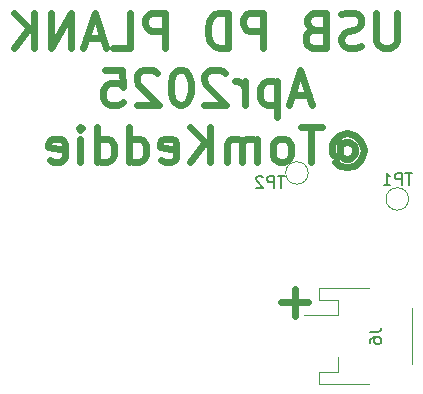
<source format=gbo>
G04 #@! TF.GenerationSoftware,KiCad,Pcbnew,9.0.1-unknown-1000.20250414git3fadd20.fc41*
G04 #@! TF.CreationDate,2025-04-20T13:35:24-07:00*
G04 #@! TF.ProjectId,usb-pd-plank,7573622d-7064-42d7-906c-616e6b2e6b69,rev?*
G04 #@! TF.SameCoordinates,Original*
G04 #@! TF.FileFunction,Legend,Bot*
G04 #@! TF.FilePolarity,Positive*
%FSLAX46Y46*%
G04 Gerber Fmt 4.6, Leading zero omitted, Abs format (unit mm)*
G04 Created by KiCad (PCBNEW 9.0.1-unknown-1000.20250414git3fadd20.fc41) date 2025-04-20 13:35:24*
%MOMM*%
%LPD*%
G01*
G04 APERTURE LIST*
%ADD10C,0.600000*%
%ADD11C,0.150000*%
%ADD12C,0.120000*%
G04 APERTURE END LIST*
D10*
X71642856Y-83526825D02*
X71642856Y-85955396D01*
X71642856Y-85955396D02*
X71499999Y-86241110D01*
X71499999Y-86241110D02*
X71357142Y-86383968D01*
X71357142Y-86383968D02*
X71071427Y-86526825D01*
X71071427Y-86526825D02*
X70499999Y-86526825D01*
X70499999Y-86526825D02*
X70214284Y-86383968D01*
X70214284Y-86383968D02*
X70071427Y-86241110D01*
X70071427Y-86241110D02*
X69928570Y-85955396D01*
X69928570Y-85955396D02*
X69928570Y-83526825D01*
X68642856Y-86383968D02*
X68214285Y-86526825D01*
X68214285Y-86526825D02*
X67499999Y-86526825D01*
X67499999Y-86526825D02*
X67214285Y-86383968D01*
X67214285Y-86383968D02*
X67071427Y-86241110D01*
X67071427Y-86241110D02*
X66928570Y-85955396D01*
X66928570Y-85955396D02*
X66928570Y-85669682D01*
X66928570Y-85669682D02*
X67071427Y-85383968D01*
X67071427Y-85383968D02*
X67214285Y-85241110D01*
X67214285Y-85241110D02*
X67499999Y-85098253D01*
X67499999Y-85098253D02*
X68071427Y-84955396D01*
X68071427Y-84955396D02*
X68357142Y-84812539D01*
X68357142Y-84812539D02*
X68499999Y-84669682D01*
X68499999Y-84669682D02*
X68642856Y-84383968D01*
X68642856Y-84383968D02*
X68642856Y-84098253D01*
X68642856Y-84098253D02*
X68499999Y-83812539D01*
X68499999Y-83812539D02*
X68357142Y-83669682D01*
X68357142Y-83669682D02*
X68071427Y-83526825D01*
X68071427Y-83526825D02*
X67357142Y-83526825D01*
X67357142Y-83526825D02*
X66928570Y-83669682D01*
X64642856Y-84955396D02*
X64214284Y-85098253D01*
X64214284Y-85098253D02*
X64071427Y-85241110D01*
X64071427Y-85241110D02*
X63928570Y-85526825D01*
X63928570Y-85526825D02*
X63928570Y-85955396D01*
X63928570Y-85955396D02*
X64071427Y-86241110D01*
X64071427Y-86241110D02*
X64214284Y-86383968D01*
X64214284Y-86383968D02*
X64499999Y-86526825D01*
X64499999Y-86526825D02*
X65642856Y-86526825D01*
X65642856Y-86526825D02*
X65642856Y-83526825D01*
X65642856Y-83526825D02*
X64642856Y-83526825D01*
X64642856Y-83526825D02*
X64357142Y-83669682D01*
X64357142Y-83669682D02*
X64214284Y-83812539D01*
X64214284Y-83812539D02*
X64071427Y-84098253D01*
X64071427Y-84098253D02*
X64071427Y-84383968D01*
X64071427Y-84383968D02*
X64214284Y-84669682D01*
X64214284Y-84669682D02*
X64357142Y-84812539D01*
X64357142Y-84812539D02*
X64642856Y-84955396D01*
X64642856Y-84955396D02*
X65642856Y-84955396D01*
X60357142Y-86526825D02*
X60357142Y-83526825D01*
X60357142Y-83526825D02*
X59214285Y-83526825D01*
X59214285Y-83526825D02*
X58928570Y-83669682D01*
X58928570Y-83669682D02*
X58785713Y-83812539D01*
X58785713Y-83812539D02*
X58642856Y-84098253D01*
X58642856Y-84098253D02*
X58642856Y-84526825D01*
X58642856Y-84526825D02*
X58785713Y-84812539D01*
X58785713Y-84812539D02*
X58928570Y-84955396D01*
X58928570Y-84955396D02*
X59214285Y-85098253D01*
X59214285Y-85098253D02*
X60357142Y-85098253D01*
X57357142Y-86526825D02*
X57357142Y-83526825D01*
X57357142Y-83526825D02*
X56642856Y-83526825D01*
X56642856Y-83526825D02*
X56214285Y-83669682D01*
X56214285Y-83669682D02*
X55928570Y-83955396D01*
X55928570Y-83955396D02*
X55785713Y-84241110D01*
X55785713Y-84241110D02*
X55642856Y-84812539D01*
X55642856Y-84812539D02*
X55642856Y-85241110D01*
X55642856Y-85241110D02*
X55785713Y-85812539D01*
X55785713Y-85812539D02*
X55928570Y-86098253D01*
X55928570Y-86098253D02*
X56214285Y-86383968D01*
X56214285Y-86383968D02*
X56642856Y-86526825D01*
X56642856Y-86526825D02*
X57357142Y-86526825D01*
X52071428Y-86526825D02*
X52071428Y-83526825D01*
X52071428Y-83526825D02*
X50928571Y-83526825D01*
X50928571Y-83526825D02*
X50642856Y-83669682D01*
X50642856Y-83669682D02*
X50499999Y-83812539D01*
X50499999Y-83812539D02*
X50357142Y-84098253D01*
X50357142Y-84098253D02*
X50357142Y-84526825D01*
X50357142Y-84526825D02*
X50499999Y-84812539D01*
X50499999Y-84812539D02*
X50642856Y-84955396D01*
X50642856Y-84955396D02*
X50928571Y-85098253D01*
X50928571Y-85098253D02*
X52071428Y-85098253D01*
X47642856Y-86526825D02*
X49071428Y-86526825D01*
X49071428Y-86526825D02*
X49071428Y-83526825D01*
X46785714Y-85669682D02*
X45357143Y-85669682D01*
X47071428Y-86526825D02*
X46071428Y-83526825D01*
X46071428Y-83526825D02*
X45071428Y-86526825D01*
X44071428Y-86526825D02*
X44071428Y-83526825D01*
X44071428Y-83526825D02*
X42357142Y-86526825D01*
X42357142Y-86526825D02*
X42357142Y-83526825D01*
X40928571Y-86526825D02*
X40928571Y-83526825D01*
X39214285Y-86526825D02*
X40499999Y-84812539D01*
X39214285Y-83526825D02*
X40928571Y-85241110D01*
X64214286Y-90499514D02*
X62785715Y-90499514D01*
X64500000Y-91356657D02*
X63500000Y-88356657D01*
X63500000Y-88356657D02*
X62500000Y-91356657D01*
X61500000Y-89356657D02*
X61500000Y-92356657D01*
X61500000Y-89499514D02*
X61214286Y-89356657D01*
X61214286Y-89356657D02*
X60642857Y-89356657D01*
X60642857Y-89356657D02*
X60357143Y-89499514D01*
X60357143Y-89499514D02*
X60214286Y-89642371D01*
X60214286Y-89642371D02*
X60071428Y-89928085D01*
X60071428Y-89928085D02*
X60071428Y-90785228D01*
X60071428Y-90785228D02*
X60214286Y-91070942D01*
X60214286Y-91070942D02*
X60357143Y-91213800D01*
X60357143Y-91213800D02*
X60642857Y-91356657D01*
X60642857Y-91356657D02*
X61214286Y-91356657D01*
X61214286Y-91356657D02*
X61500000Y-91213800D01*
X58785714Y-91356657D02*
X58785714Y-89356657D01*
X58785714Y-89928085D02*
X58642857Y-89642371D01*
X58642857Y-89642371D02*
X58500000Y-89499514D01*
X58500000Y-89499514D02*
X58214285Y-89356657D01*
X58214285Y-89356657D02*
X57928571Y-89356657D01*
X57071428Y-88642371D02*
X56928571Y-88499514D01*
X56928571Y-88499514D02*
X56642857Y-88356657D01*
X56642857Y-88356657D02*
X55928571Y-88356657D01*
X55928571Y-88356657D02*
X55642857Y-88499514D01*
X55642857Y-88499514D02*
X55499999Y-88642371D01*
X55499999Y-88642371D02*
X55357142Y-88928085D01*
X55357142Y-88928085D02*
X55357142Y-89213800D01*
X55357142Y-89213800D02*
X55499999Y-89642371D01*
X55499999Y-89642371D02*
X57214285Y-91356657D01*
X57214285Y-91356657D02*
X55357142Y-91356657D01*
X53499999Y-88356657D02*
X53214285Y-88356657D01*
X53214285Y-88356657D02*
X52928571Y-88499514D01*
X52928571Y-88499514D02*
X52785714Y-88642371D01*
X52785714Y-88642371D02*
X52642856Y-88928085D01*
X52642856Y-88928085D02*
X52499999Y-89499514D01*
X52499999Y-89499514D02*
X52499999Y-90213800D01*
X52499999Y-90213800D02*
X52642856Y-90785228D01*
X52642856Y-90785228D02*
X52785714Y-91070942D01*
X52785714Y-91070942D02*
X52928571Y-91213800D01*
X52928571Y-91213800D02*
X53214285Y-91356657D01*
X53214285Y-91356657D02*
X53499999Y-91356657D01*
X53499999Y-91356657D02*
X53785714Y-91213800D01*
X53785714Y-91213800D02*
X53928571Y-91070942D01*
X53928571Y-91070942D02*
X54071428Y-90785228D01*
X54071428Y-90785228D02*
X54214285Y-90213800D01*
X54214285Y-90213800D02*
X54214285Y-89499514D01*
X54214285Y-89499514D02*
X54071428Y-88928085D01*
X54071428Y-88928085D02*
X53928571Y-88642371D01*
X53928571Y-88642371D02*
X53785714Y-88499514D01*
X53785714Y-88499514D02*
X53499999Y-88356657D01*
X51357142Y-88642371D02*
X51214285Y-88499514D01*
X51214285Y-88499514D02*
X50928571Y-88356657D01*
X50928571Y-88356657D02*
X50214285Y-88356657D01*
X50214285Y-88356657D02*
X49928571Y-88499514D01*
X49928571Y-88499514D02*
X49785713Y-88642371D01*
X49785713Y-88642371D02*
X49642856Y-88928085D01*
X49642856Y-88928085D02*
X49642856Y-89213800D01*
X49642856Y-89213800D02*
X49785713Y-89642371D01*
X49785713Y-89642371D02*
X51499999Y-91356657D01*
X51499999Y-91356657D02*
X49642856Y-91356657D01*
X46928570Y-88356657D02*
X48357142Y-88356657D01*
X48357142Y-88356657D02*
X48499999Y-89785228D01*
X48499999Y-89785228D02*
X48357142Y-89642371D01*
X48357142Y-89642371D02*
X48071428Y-89499514D01*
X48071428Y-89499514D02*
X47357142Y-89499514D01*
X47357142Y-89499514D02*
X47071428Y-89642371D01*
X47071428Y-89642371D02*
X46928570Y-89785228D01*
X46928570Y-89785228D02*
X46785713Y-90070942D01*
X46785713Y-90070942D02*
X46785713Y-90785228D01*
X46785713Y-90785228D02*
X46928570Y-91070942D01*
X46928570Y-91070942D02*
X47071428Y-91213800D01*
X47071428Y-91213800D02*
X47357142Y-91356657D01*
X47357142Y-91356657D02*
X48071428Y-91356657D01*
X48071428Y-91356657D02*
X48357142Y-91213800D01*
X48357142Y-91213800D02*
X48499999Y-91070942D01*
X66857143Y-94757917D02*
X67000000Y-94615060D01*
X67000000Y-94615060D02*
X67285714Y-94472203D01*
X67285714Y-94472203D02*
X67571429Y-94472203D01*
X67571429Y-94472203D02*
X67857143Y-94615060D01*
X67857143Y-94615060D02*
X68000000Y-94757917D01*
X68000000Y-94757917D02*
X68142857Y-95043632D01*
X68142857Y-95043632D02*
X68142857Y-95329346D01*
X68142857Y-95329346D02*
X68000000Y-95615060D01*
X68000000Y-95615060D02*
X67857143Y-95757917D01*
X67857143Y-95757917D02*
X67571429Y-95900774D01*
X67571429Y-95900774D02*
X67285714Y-95900774D01*
X67285714Y-95900774D02*
X67000000Y-95757917D01*
X67000000Y-95757917D02*
X66857143Y-95615060D01*
X66857143Y-94472203D02*
X66857143Y-95615060D01*
X66857143Y-95615060D02*
X66714286Y-95757917D01*
X66714286Y-95757917D02*
X66571429Y-95757917D01*
X66571429Y-95757917D02*
X66285714Y-95615060D01*
X66285714Y-95615060D02*
X66142857Y-95329346D01*
X66142857Y-95329346D02*
X66142857Y-94615060D01*
X66142857Y-94615060D02*
X66428572Y-94186489D01*
X66428572Y-94186489D02*
X66857143Y-93900774D01*
X66857143Y-93900774D02*
X67428572Y-93757917D01*
X67428572Y-93757917D02*
X68000000Y-93900774D01*
X68000000Y-93900774D02*
X68428572Y-94186489D01*
X68428572Y-94186489D02*
X68714286Y-94615060D01*
X68714286Y-94615060D02*
X68857143Y-95186489D01*
X68857143Y-95186489D02*
X68714286Y-95757917D01*
X68714286Y-95757917D02*
X68428572Y-96186489D01*
X68428572Y-96186489D02*
X68000000Y-96472203D01*
X68000000Y-96472203D02*
X67428572Y-96615060D01*
X67428572Y-96615060D02*
X66857143Y-96472203D01*
X66857143Y-96472203D02*
X66428572Y-96186489D01*
X65285714Y-93186489D02*
X63571429Y-93186489D01*
X64428571Y-96186489D02*
X64428571Y-93186489D01*
X62142857Y-96186489D02*
X62428572Y-96043632D01*
X62428572Y-96043632D02*
X62571429Y-95900774D01*
X62571429Y-95900774D02*
X62714286Y-95615060D01*
X62714286Y-95615060D02*
X62714286Y-94757917D01*
X62714286Y-94757917D02*
X62571429Y-94472203D01*
X62571429Y-94472203D02*
X62428572Y-94329346D01*
X62428572Y-94329346D02*
X62142857Y-94186489D01*
X62142857Y-94186489D02*
X61714286Y-94186489D01*
X61714286Y-94186489D02*
X61428572Y-94329346D01*
X61428572Y-94329346D02*
X61285715Y-94472203D01*
X61285715Y-94472203D02*
X61142857Y-94757917D01*
X61142857Y-94757917D02*
X61142857Y-95615060D01*
X61142857Y-95615060D02*
X61285715Y-95900774D01*
X61285715Y-95900774D02*
X61428572Y-96043632D01*
X61428572Y-96043632D02*
X61714286Y-96186489D01*
X61714286Y-96186489D02*
X62142857Y-96186489D01*
X59857143Y-96186489D02*
X59857143Y-94186489D01*
X59857143Y-94472203D02*
X59714286Y-94329346D01*
X59714286Y-94329346D02*
X59428571Y-94186489D01*
X59428571Y-94186489D02*
X59000000Y-94186489D01*
X59000000Y-94186489D02*
X58714286Y-94329346D01*
X58714286Y-94329346D02*
X58571429Y-94615060D01*
X58571429Y-94615060D02*
X58571429Y-96186489D01*
X58571429Y-94615060D02*
X58428571Y-94329346D01*
X58428571Y-94329346D02*
X58142857Y-94186489D01*
X58142857Y-94186489D02*
X57714286Y-94186489D01*
X57714286Y-94186489D02*
X57428571Y-94329346D01*
X57428571Y-94329346D02*
X57285714Y-94615060D01*
X57285714Y-94615060D02*
X57285714Y-96186489D01*
X55857143Y-96186489D02*
X55857143Y-93186489D01*
X54142857Y-96186489D02*
X55428571Y-94472203D01*
X54142857Y-93186489D02*
X55857143Y-94900774D01*
X51714286Y-96043632D02*
X52000000Y-96186489D01*
X52000000Y-96186489D02*
X52571429Y-96186489D01*
X52571429Y-96186489D02*
X52857143Y-96043632D01*
X52857143Y-96043632D02*
X53000000Y-95757917D01*
X53000000Y-95757917D02*
X53000000Y-94615060D01*
X53000000Y-94615060D02*
X52857143Y-94329346D01*
X52857143Y-94329346D02*
X52571429Y-94186489D01*
X52571429Y-94186489D02*
X52000000Y-94186489D01*
X52000000Y-94186489D02*
X51714286Y-94329346D01*
X51714286Y-94329346D02*
X51571429Y-94615060D01*
X51571429Y-94615060D02*
X51571429Y-94900774D01*
X51571429Y-94900774D02*
X53000000Y-95186489D01*
X49000000Y-96186489D02*
X49000000Y-93186489D01*
X49000000Y-96043632D02*
X49285714Y-96186489D01*
X49285714Y-96186489D02*
X49857142Y-96186489D01*
X49857142Y-96186489D02*
X50142857Y-96043632D01*
X50142857Y-96043632D02*
X50285714Y-95900774D01*
X50285714Y-95900774D02*
X50428571Y-95615060D01*
X50428571Y-95615060D02*
X50428571Y-94757917D01*
X50428571Y-94757917D02*
X50285714Y-94472203D01*
X50285714Y-94472203D02*
X50142857Y-94329346D01*
X50142857Y-94329346D02*
X49857142Y-94186489D01*
X49857142Y-94186489D02*
X49285714Y-94186489D01*
X49285714Y-94186489D02*
X49000000Y-94329346D01*
X46285714Y-96186489D02*
X46285714Y-93186489D01*
X46285714Y-96043632D02*
X46571428Y-96186489D01*
X46571428Y-96186489D02*
X47142856Y-96186489D01*
X47142856Y-96186489D02*
X47428571Y-96043632D01*
X47428571Y-96043632D02*
X47571428Y-95900774D01*
X47571428Y-95900774D02*
X47714285Y-95615060D01*
X47714285Y-95615060D02*
X47714285Y-94757917D01*
X47714285Y-94757917D02*
X47571428Y-94472203D01*
X47571428Y-94472203D02*
X47428571Y-94329346D01*
X47428571Y-94329346D02*
X47142856Y-94186489D01*
X47142856Y-94186489D02*
X46571428Y-94186489D01*
X46571428Y-94186489D02*
X46285714Y-94329346D01*
X44857142Y-96186489D02*
X44857142Y-94186489D01*
X44857142Y-93186489D02*
X44999999Y-93329346D01*
X44999999Y-93329346D02*
X44857142Y-93472203D01*
X44857142Y-93472203D02*
X44714285Y-93329346D01*
X44714285Y-93329346D02*
X44857142Y-93186489D01*
X44857142Y-93186489D02*
X44857142Y-93472203D01*
X42285714Y-96043632D02*
X42571428Y-96186489D01*
X42571428Y-96186489D02*
X43142857Y-96186489D01*
X43142857Y-96186489D02*
X43428571Y-96043632D01*
X43428571Y-96043632D02*
X43571428Y-95757917D01*
X43571428Y-95757917D02*
X43571428Y-94615060D01*
X43571428Y-94615060D02*
X43428571Y-94329346D01*
X43428571Y-94329346D02*
X43142857Y-94186489D01*
X43142857Y-94186489D02*
X42571428Y-94186489D01*
X42571428Y-94186489D02*
X42285714Y-94329346D01*
X42285714Y-94329346D02*
X42142857Y-94615060D01*
X42142857Y-94615060D02*
X42142857Y-94900774D01*
X42142857Y-94900774D02*
X43571428Y-95186489D01*
X64142857Y-108058800D02*
X61857143Y-108058800D01*
X63000000Y-109201657D02*
X63000000Y-106915942D01*
D11*
X62161904Y-97354819D02*
X61590476Y-97354819D01*
X61876190Y-98354819D02*
X61876190Y-97354819D01*
X61257142Y-98354819D02*
X61257142Y-97354819D01*
X61257142Y-97354819D02*
X60876190Y-97354819D01*
X60876190Y-97354819D02*
X60780952Y-97402438D01*
X60780952Y-97402438D02*
X60733333Y-97450057D01*
X60733333Y-97450057D02*
X60685714Y-97545295D01*
X60685714Y-97545295D02*
X60685714Y-97688152D01*
X60685714Y-97688152D02*
X60733333Y-97783390D01*
X60733333Y-97783390D02*
X60780952Y-97831009D01*
X60780952Y-97831009D02*
X60876190Y-97878628D01*
X60876190Y-97878628D02*
X61257142Y-97878628D01*
X60304761Y-97450057D02*
X60257142Y-97402438D01*
X60257142Y-97402438D02*
X60161904Y-97354819D01*
X60161904Y-97354819D02*
X59923809Y-97354819D01*
X59923809Y-97354819D02*
X59828571Y-97402438D01*
X59828571Y-97402438D02*
X59780952Y-97450057D01*
X59780952Y-97450057D02*
X59733333Y-97545295D01*
X59733333Y-97545295D02*
X59733333Y-97640533D01*
X59733333Y-97640533D02*
X59780952Y-97783390D01*
X59780952Y-97783390D02*
X60352380Y-98354819D01*
X60352380Y-98354819D02*
X59733333Y-98354819D01*
X72961904Y-97106819D02*
X72390476Y-97106819D01*
X72676190Y-98106819D02*
X72676190Y-97106819D01*
X72057142Y-98106819D02*
X72057142Y-97106819D01*
X72057142Y-97106819D02*
X71676190Y-97106819D01*
X71676190Y-97106819D02*
X71580952Y-97154438D01*
X71580952Y-97154438D02*
X71533333Y-97202057D01*
X71533333Y-97202057D02*
X71485714Y-97297295D01*
X71485714Y-97297295D02*
X71485714Y-97440152D01*
X71485714Y-97440152D02*
X71533333Y-97535390D01*
X71533333Y-97535390D02*
X71580952Y-97583009D01*
X71580952Y-97583009D02*
X71676190Y-97630628D01*
X71676190Y-97630628D02*
X72057142Y-97630628D01*
X70533333Y-98106819D02*
X71104761Y-98106819D01*
X70819047Y-98106819D02*
X70819047Y-97106819D01*
X70819047Y-97106819D02*
X70914285Y-97249676D01*
X70914285Y-97249676D02*
X71009523Y-97344914D01*
X71009523Y-97344914D02*
X71104761Y-97392533D01*
X69354819Y-110566666D02*
X70069104Y-110566666D01*
X70069104Y-110566666D02*
X70211961Y-110519047D01*
X70211961Y-110519047D02*
X70307200Y-110423809D01*
X70307200Y-110423809D02*
X70354819Y-110280952D01*
X70354819Y-110280952D02*
X70354819Y-110185714D01*
X69354819Y-111471428D02*
X69354819Y-111280952D01*
X69354819Y-111280952D02*
X69402438Y-111185714D01*
X69402438Y-111185714D02*
X69450057Y-111138095D01*
X69450057Y-111138095D02*
X69592914Y-111042857D01*
X69592914Y-111042857D02*
X69783390Y-110995238D01*
X69783390Y-110995238D02*
X70164342Y-110995238D01*
X70164342Y-110995238D02*
X70259580Y-111042857D01*
X70259580Y-111042857D02*
X70307200Y-111090476D01*
X70307200Y-111090476D02*
X70354819Y-111185714D01*
X70354819Y-111185714D02*
X70354819Y-111376190D01*
X70354819Y-111376190D02*
X70307200Y-111471428D01*
X70307200Y-111471428D02*
X70259580Y-111519047D01*
X70259580Y-111519047D02*
X70164342Y-111566666D01*
X70164342Y-111566666D02*
X69926247Y-111566666D01*
X69926247Y-111566666D02*
X69831009Y-111519047D01*
X69831009Y-111519047D02*
X69783390Y-111471428D01*
X69783390Y-111471428D02*
X69735771Y-111376190D01*
X69735771Y-111376190D02*
X69735771Y-111185714D01*
X69735771Y-111185714D02*
X69783390Y-111090476D01*
X69783390Y-111090476D02*
X69831009Y-111042857D01*
X69831009Y-111042857D02*
X69926247Y-110995238D01*
D12*
G04 #@! TO.C,TP2*
X64150000Y-97100000D02*
G75*
G02*
X62250000Y-97100000I-950000J0D01*
G01*
X62250000Y-97100000D02*
G75*
G02*
X64150000Y-97100000I950000J0D01*
G01*
G04 #@! TO.C,TP1*
X72650000Y-99300000D02*
G75*
G02*
X70750000Y-99300000I-950000J0D01*
G01*
X70750000Y-99300000D02*
G75*
G02*
X72650000Y-99300000I950000J0D01*
G01*
G04 #@! TO.C,J6*
X65090000Y-106840000D02*
X65090000Y-107860000D01*
X65090000Y-107860000D02*
X66690000Y-107860000D01*
X65090000Y-113940000D02*
X66690000Y-113940000D01*
X65090000Y-114960000D02*
X65090000Y-113940000D01*
X66690000Y-107860000D02*
X66690000Y-109140000D01*
X66690000Y-109140000D02*
X63800000Y-109140000D01*
X66690000Y-113940000D02*
X66690000Y-112660000D01*
X69340000Y-106840000D02*
X65090000Y-106840000D01*
X69340000Y-114960000D02*
X65090000Y-114960000D01*
X72910000Y-108560000D02*
X72910000Y-113240000D01*
G04 #@! TD*
M02*

</source>
